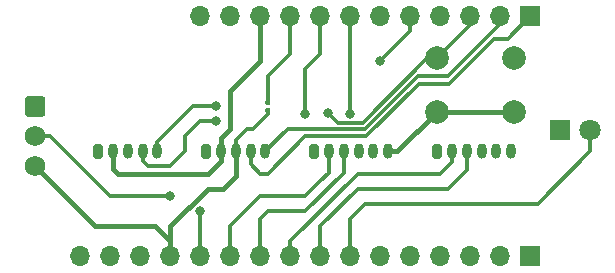
<source format=gbl>
G04 #@! TF.GenerationSoftware,KiCad,Pcbnew,(5.1.10)-1*
G04 #@! TF.CreationDate,2021-09-22T19:22:54-07:00*
G04 #@! TF.ProjectId,HW_IR Featherwing,48575f49-5220-4466-9561-746865727769,rev?*
G04 #@! TF.SameCoordinates,Original*
G04 #@! TF.FileFunction,Copper,L2,Bot*
G04 #@! TF.FilePolarity,Positive*
%FSLAX46Y46*%
G04 Gerber Fmt 4.6, Leading zero omitted, Abs format (unit mm)*
G04 Created by KiCad (PCBNEW (5.1.10)-1) date 2021-09-22 19:22:54*
%MOMM*%
%LPD*%
G01*
G04 APERTURE LIST*
G04 #@! TA.AperFunction,ComponentPad*
%ADD10C,1.740000*%
G04 #@! TD*
G04 #@! TA.AperFunction,ComponentPad*
%ADD11R,1.700000X1.700000*%
G04 #@! TD*
G04 #@! TA.AperFunction,ComponentPad*
%ADD12O,1.700000X1.700000*%
G04 #@! TD*
G04 #@! TA.AperFunction,ComponentPad*
%ADD13O,0.800000X1.300000*%
G04 #@! TD*
G04 #@! TA.AperFunction,ComponentPad*
%ADD14R,1.800000X1.800000*%
G04 #@! TD*
G04 #@! TA.AperFunction,ComponentPad*
%ADD15C,1.800000*%
G04 #@! TD*
G04 #@! TA.AperFunction,ComponentPad*
%ADD16C,2.000000*%
G04 #@! TD*
G04 #@! TA.AperFunction,ViaPad*
%ADD17C,0.800000*%
G04 #@! TD*
G04 #@! TA.AperFunction,Conductor*
%ADD18C,0.304800*%
G04 #@! TD*
G04 #@! TA.AperFunction,Conductor*
%ADD19C,0.406400*%
G04 #@! TD*
G04 APERTURE END LIST*
D10*
X27940000Y-39370000D03*
X27940000Y-36830000D03*
G04 #@! TA.AperFunction,ComponentPad*
G36*
G01*
X27319999Y-33420000D02*
X28560001Y-33420000D01*
G75*
G02*
X28810000Y-33669999I0J-249999D01*
G01*
X28810000Y-34910001D01*
G75*
G02*
X28560001Y-35160000I-249999J0D01*
G01*
X27319999Y-35160000D01*
G75*
G02*
X27070000Y-34910001I0J249999D01*
G01*
X27070000Y-33669999D01*
G75*
G02*
X27319999Y-33420000I249999J0D01*
G01*
G37*
G04 #@! TD.AperFunction*
G04 #@! TA.AperFunction,SMDPad,CuDef*
G36*
G01*
X47525000Y-34380000D02*
X47725000Y-34380000D01*
G75*
G02*
X47825000Y-34480000I0J-100000D01*
G01*
X47825000Y-34740000D01*
G75*
G02*
X47725000Y-34840000I-100000J0D01*
G01*
X47525000Y-34840000D01*
G75*
G02*
X47425000Y-34740000I0J100000D01*
G01*
X47425000Y-34480000D01*
G75*
G02*
X47525000Y-34380000I100000J0D01*
G01*
G37*
G04 #@! TD.AperFunction*
G04 #@! TA.AperFunction,SMDPad,CuDef*
G36*
G01*
X47525000Y-33740000D02*
X47725000Y-33740000D01*
G75*
G02*
X47825000Y-33840000I0J-100000D01*
G01*
X47825000Y-34100000D01*
G75*
G02*
X47725000Y-34200000I-100000J0D01*
G01*
X47525000Y-34200000D01*
G75*
G02*
X47425000Y-34100000I0J100000D01*
G01*
X47425000Y-33840000D01*
G75*
G02*
X47525000Y-33740000I100000J0D01*
G01*
G37*
G04 #@! TD.AperFunction*
D11*
X69850000Y-26670000D03*
D12*
X67310000Y-26670000D03*
X64770000Y-26670000D03*
X62230000Y-26670000D03*
X59690000Y-26670000D03*
X57150000Y-26670000D03*
X54610000Y-26670000D03*
X52070000Y-26670000D03*
X49530000Y-26670000D03*
X46990000Y-26670000D03*
X44450000Y-26670000D03*
X41910000Y-26670000D03*
D13*
X47418000Y-38100000D03*
X46168000Y-38100000D03*
X44918000Y-38100000D03*
X43668000Y-38100000D03*
G04 #@! TA.AperFunction,ComponentPad*
G36*
G01*
X42018000Y-38550000D02*
X42018000Y-37650000D01*
G75*
G02*
X42218000Y-37450000I200000J0D01*
G01*
X42618000Y-37450000D01*
G75*
G02*
X42818000Y-37650000I0J-200000D01*
G01*
X42818000Y-38550000D01*
G75*
G02*
X42618000Y-38750000I-200000J0D01*
G01*
X42218000Y-38750000D01*
G75*
G02*
X42018000Y-38550000I0J200000D01*
G01*
G37*
G04 #@! TD.AperFunction*
D11*
X69850000Y-46990000D03*
D12*
X67310000Y-46990000D03*
X64770000Y-46990000D03*
X62230000Y-46990000D03*
X59690000Y-46990000D03*
X57150000Y-46990000D03*
X54610000Y-46990000D03*
X52070000Y-46990000D03*
X49530000Y-46990000D03*
X46990000Y-46990000D03*
X44450000Y-46990000D03*
X41910000Y-46990000D03*
X39370000Y-46990000D03*
X36830000Y-46990000D03*
X34290000Y-46990000D03*
X31750000Y-46990000D03*
D14*
X72390000Y-36322000D03*
D15*
X74930000Y-36322000D03*
D16*
X61976000Y-34726000D03*
X61976000Y-30226000D03*
X68476000Y-34726000D03*
X68476000Y-30226000D03*
G04 #@! TA.AperFunction,ComponentPad*
G36*
G01*
X51162000Y-38550000D02*
X51162000Y-37650000D01*
G75*
G02*
X51362000Y-37450000I200000J0D01*
G01*
X51762000Y-37450000D01*
G75*
G02*
X51962000Y-37650000I0J-200000D01*
G01*
X51962000Y-38550000D01*
G75*
G02*
X51762000Y-38750000I-200000J0D01*
G01*
X51362000Y-38750000D01*
G75*
G02*
X51162000Y-38550000I0J200000D01*
G01*
G37*
G04 #@! TD.AperFunction*
D13*
X52812000Y-38100000D03*
X54062000Y-38100000D03*
X55312000Y-38100000D03*
X56562000Y-38100000D03*
X57812000Y-38100000D03*
X68226000Y-38100000D03*
X66976000Y-38100000D03*
X65726000Y-38100000D03*
X64476000Y-38100000D03*
X63226000Y-38100000D03*
G04 #@! TA.AperFunction,ComponentPad*
G36*
G01*
X61576000Y-38550000D02*
X61576000Y-37650000D01*
G75*
G02*
X61776000Y-37450000I200000J0D01*
G01*
X62176000Y-37450000D01*
G75*
G02*
X62376000Y-37650000I0J-200000D01*
G01*
X62376000Y-38550000D01*
G75*
G02*
X62176000Y-38750000I-200000J0D01*
G01*
X61776000Y-38750000D01*
G75*
G02*
X61576000Y-38550000I0J200000D01*
G01*
G37*
G04 #@! TD.AperFunction*
G04 #@! TA.AperFunction,ComponentPad*
G36*
G01*
X32874000Y-38550000D02*
X32874000Y-37650000D01*
G75*
G02*
X33074000Y-37450000I200000J0D01*
G01*
X33474000Y-37450000D01*
G75*
G02*
X33674000Y-37650000I0J-200000D01*
G01*
X33674000Y-38550000D01*
G75*
G02*
X33474000Y-38750000I-200000J0D01*
G01*
X33074000Y-38750000D01*
G75*
G02*
X32874000Y-38550000I0J200000D01*
G01*
G37*
G04 #@! TD.AperFunction*
X34524000Y-38100000D03*
X35774000Y-38100000D03*
X37024000Y-38100000D03*
X38274000Y-38100000D03*
D17*
X41910000Y-43180000D03*
X39370000Y-41910000D03*
X43221200Y-35560000D03*
X43221200Y-34290000D03*
X52705000Y-34807600D03*
X57150000Y-30480000D03*
X54610000Y-34925000D03*
X50800000Y-34925000D03*
D18*
X54610000Y-46990000D02*
X54610000Y-43815000D01*
X54610000Y-43815000D02*
X55880000Y-42545000D01*
X55880000Y-42545000D02*
X70485000Y-42545000D01*
X74930000Y-38100000D02*
X74930000Y-36322000D01*
X70485000Y-42545000D02*
X74930000Y-38100000D01*
X62865000Y-41275000D02*
X64476000Y-39664000D01*
X64476000Y-39664000D02*
X64476000Y-38100000D01*
X55245000Y-41275000D02*
X62865000Y-41275000D01*
X52070000Y-44450000D02*
X55245000Y-41275000D01*
X52070000Y-46990000D02*
X52070000Y-44450000D01*
X49530000Y-46990000D02*
X49530000Y-45720000D01*
X49530000Y-45720000D02*
X55245000Y-40005000D01*
X55245000Y-40005000D02*
X62230000Y-40005000D01*
X63226000Y-39009000D02*
X63226000Y-38100000D01*
X62230000Y-40005000D02*
X63226000Y-39009000D01*
X46990000Y-46990000D02*
X46990000Y-43815000D01*
X46990000Y-43815000D02*
X47625000Y-43180000D01*
X47625000Y-43180000D02*
X50800000Y-43180000D01*
X54062000Y-39918000D02*
X54062000Y-38100000D01*
X50800000Y-43180000D02*
X54062000Y-39918000D01*
X44450000Y-46990000D02*
X44450000Y-44450000D01*
X44450000Y-44450000D02*
X46990000Y-41910000D01*
X46990000Y-41910000D02*
X50800000Y-41910000D01*
X52812000Y-39898000D02*
X52070000Y-40640000D01*
X52812000Y-38100000D02*
X52812000Y-39898000D01*
X50800000Y-41910000D02*
X52070000Y-40640000D01*
X41910000Y-45787919D02*
X41910000Y-43180000D01*
X41910000Y-46990000D02*
X41910000Y-45787919D01*
X39370000Y-41910000D02*
X34290000Y-41910000D01*
X29210000Y-36830000D02*
X27940000Y-36830000D01*
X34290000Y-41910000D02*
X29210000Y-36830000D01*
D19*
X44918000Y-38100000D02*
X44918000Y-38267000D01*
X44918000Y-38100000D02*
X44918000Y-40172000D01*
X44918000Y-40172000D02*
X43815000Y-41275000D01*
X43815000Y-41275000D02*
X42545000Y-41275000D01*
X42545000Y-41275000D02*
X39370000Y-44450000D01*
X68476000Y-34726000D02*
X61976000Y-34726000D01*
X58602000Y-38100000D02*
X57812000Y-38100000D01*
X61976000Y-34726000D02*
X58602000Y-38100000D01*
D18*
X44918000Y-37145200D02*
X45868200Y-36195000D01*
X44918000Y-38100000D02*
X44918000Y-37145200D01*
X45868200Y-36195000D02*
X46355000Y-36195000D01*
X47625000Y-34925000D02*
X47625000Y-34610000D01*
X46355000Y-36195000D02*
X47625000Y-34925000D01*
D19*
X27940000Y-39370000D02*
X33020000Y-44450000D01*
X33020000Y-44450000D02*
X38100000Y-44450000D01*
X38100000Y-44450000D02*
X39370000Y-45720000D01*
X39370000Y-45720000D02*
X39370000Y-46990000D01*
X39370000Y-44450000D02*
X39370000Y-45720000D01*
D18*
X37024000Y-38100000D02*
X37024000Y-38929000D01*
X37024000Y-38929000D02*
X37465000Y-39370000D01*
X37465000Y-39370000D02*
X39370000Y-39370000D01*
X39370000Y-39370000D02*
X40640000Y-38100000D01*
X40640000Y-38100000D02*
X40640000Y-36830000D01*
X41910000Y-35560000D02*
X43221200Y-35560000D01*
X40640000Y-36830000D02*
X41910000Y-35560000D01*
X46168000Y-38100000D02*
X46168000Y-39183000D01*
X46168000Y-39183000D02*
X46990000Y-40005000D01*
X46990000Y-40005000D02*
X47625000Y-40005000D01*
X47625000Y-40005000D02*
X50800000Y-36830000D01*
X67945000Y-28575000D02*
X69850000Y-26670000D01*
X66753908Y-28575000D02*
X67945000Y-28575000D01*
X60403908Y-32385000D02*
X62943908Y-32385000D01*
X62943908Y-32385000D02*
X66753908Y-28575000D01*
X55958908Y-36830000D02*
X60403908Y-32385000D01*
X50800000Y-36830000D02*
X55958908Y-36830000D01*
X38274000Y-38100000D02*
X38274000Y-37291000D01*
X41275000Y-34290000D02*
X43221200Y-34290000D01*
X38274000Y-37291000D02*
X41275000Y-34290000D01*
X67310000Y-27305000D02*
X67310000Y-26670000D01*
X60325000Y-31750000D02*
X62865000Y-31750000D01*
X55880000Y-36195000D02*
X60325000Y-31750000D01*
X62865000Y-31750000D02*
X67310000Y-27305000D01*
X49323000Y-36195000D02*
X55880000Y-36195000D01*
X47418000Y-38100000D02*
X49323000Y-36195000D01*
D19*
X43668000Y-38100000D02*
X43668000Y-38882000D01*
X43668000Y-38882000D02*
X42545000Y-40005000D01*
X42545000Y-40005000D02*
X34925000Y-40005000D01*
X34524000Y-39604000D02*
X34524000Y-38100000D01*
X34925000Y-40005000D02*
X34524000Y-39604000D01*
X46990000Y-26670000D02*
X46990000Y-30480000D01*
X46990000Y-30480000D02*
X44450000Y-33020000D01*
X44450000Y-33020000D02*
X44450000Y-36195000D01*
X43668000Y-36977000D02*
X43668000Y-38100000D01*
X44450000Y-36195000D02*
X43668000Y-36977000D01*
D18*
X64770000Y-27432000D02*
X64770000Y-26670000D01*
X61976000Y-30226000D02*
X64770000Y-27432000D01*
X52705000Y-34807600D02*
X53574801Y-35677401D01*
X53574801Y-35677401D02*
X55683691Y-35677401D01*
X61135092Y-30226000D02*
X61976000Y-30226000D01*
X55683691Y-35677401D02*
X61135092Y-30226000D01*
X59690000Y-27940000D02*
X57150000Y-30480000D01*
X59690000Y-26670000D02*
X59690000Y-27940000D01*
X54610000Y-34925000D02*
X54610000Y-26670000D01*
X50800000Y-34925000D02*
X50800000Y-31115000D01*
X52070000Y-29845000D02*
X52070000Y-26670000D01*
X50800000Y-31115000D02*
X52070000Y-29845000D01*
X47625000Y-33970000D02*
X47625000Y-31750000D01*
X49530000Y-29845000D02*
X49530000Y-26670000D01*
X47625000Y-31750000D02*
X49530000Y-29845000D01*
M02*

</source>
